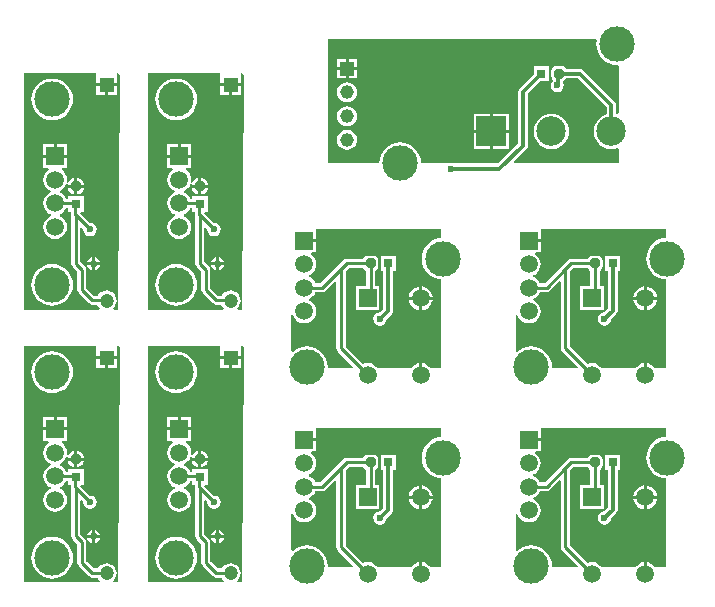
<source format=gbl>
G04*
G04 #@! TF.GenerationSoftware,Altium Limited,Altium Designer,20.1.8 (145)*
G04*
G04 Layer_Physical_Order=2*
G04 Layer_Color=16711680*
%FSLAX25Y25*%
%MOIN*%
G70*
G04*
G04 #@! TF.SameCoordinates,97AE0E28-4285-446D-9869-D3FBB0DEE563*
G04*
G04*
G04 #@! TF.FilePolarity,Positive*
G04*
G01*
G75*
%ADD11R,0.03150X0.03150*%
G04:AMPARAMS|DCode=12|XSize=31.5mil|YSize=31.5mil|CornerRadius=7.87mil|HoleSize=0mil|Usage=FLASHONLY|Rotation=270.000|XOffset=0mil|YOffset=0mil|HoleType=Round|Shape=RoundedRectangle|*
%AMROUNDEDRECTD12*
21,1,0.03150,0.01575,0,0,270.0*
21,1,0.01575,0.03150,0,0,270.0*
1,1,0.01575,-0.00787,-0.00787*
1,1,0.01575,-0.00787,0.00787*
1,1,0.01575,0.00787,0.00787*
1,1,0.01575,0.00787,-0.00787*
%
%ADD12ROUNDEDRECTD12*%
%ADD14C,0.01000*%
%ADD15C,0.01181*%
G04:AMPARAMS|DCode=16|XSize=31.5mil|YSize=31.5mil|CornerRadius=7.87mil|HoleSize=0mil|Usage=FLASHONLY|Rotation=0.000|XOffset=0mil|YOffset=0mil|HoleType=Round|Shape=RoundedRectangle|*
%AMROUNDEDRECTD16*
21,1,0.03150,0.01575,0,0,0.0*
21,1,0.01575,0.03150,0,0,0.0*
1,1,0.01575,0.00787,-0.00787*
1,1,0.01575,-0.00787,-0.00787*
1,1,0.01575,-0.00787,0.00787*
1,1,0.01575,0.00787,0.00787*
%
%ADD16ROUNDEDRECTD16*%
%ADD17R,0.03150X0.03150*%
%ADD18C,0.00122*%
%ADD19C,0.04724*%
%ADD20R,0.04724X0.04724*%
%ADD21C,0.05906*%
%ADD22R,0.05906X0.05906*%
%ADD23C,0.11811*%
%ADD24C,0.02362*%
%ADD25R,0.04528X0.04528*%
%ADD26C,0.04528*%
%ADD27R,0.09843X0.09843*%
%ADD28C,0.09843*%
G36*
X90888Y187870D02*
X90496Y109484D01*
X88943D01*
X88773Y109984D01*
X88957Y110126D01*
X89496Y110828D01*
X89835Y111646D01*
X89950Y112524D01*
X89835Y113401D01*
X89496Y114219D01*
X88957Y114922D01*
X88255Y115461D01*
X87437Y115799D01*
X86559Y115915D01*
X85681Y115799D01*
X84864Y115461D01*
X84161Y114922D01*
X83622Y114219D01*
X83599Y114163D01*
X82468D01*
X80160Y116471D01*
X80160Y116471D01*
X79865Y116767D01*
Y122826D01*
X79748Y123412D01*
X79417Y123908D01*
X77852Y125472D01*
Y136635D01*
X78314Y136826D01*
X78834Y136307D01*
X78824Y136256D01*
X78993Y135405D01*
X79475Y134684D01*
X80196Y134201D01*
X81047Y134032D01*
X81898Y134201D01*
X82620Y134684D01*
X83102Y135405D01*
X83271Y136256D01*
X83102Y137107D01*
X82620Y137828D01*
X81898Y138311D01*
X81047Y138480D01*
X80997Y138470D01*
X77820Y141646D01*
X78028Y142146D01*
X78898D01*
Y147295D01*
X73748D01*
Y146447D01*
X73078D01*
X72886Y146911D01*
X72252Y147737D01*
X71427Y148370D01*
X70911Y148584D01*
Y149125D01*
X71427Y149339D01*
X72252Y149972D01*
X72886Y150798D01*
X73169Y151481D01*
X73220Y151606D01*
X73705Y151468D01*
X73713Y151413D01*
X73713Y151365D01*
Y151126D01*
X75823D01*
Y153236D01*
X75536D01*
X74838Y153097D01*
X74247Y152702D01*
X73852Y152111D01*
X73801Y151857D01*
X73308Y151938D01*
X73339Y152175D01*
X73420Y152791D01*
X73284Y153823D01*
X72886Y154785D01*
X72252Y155611D01*
X71468Y156213D01*
X71467Y156269D01*
X71802Y156713D01*
X73386D01*
Y160165D01*
X69433D01*
X65480D01*
Y156713D01*
X67064D01*
X67399Y156269D01*
X67399Y156213D01*
X66614Y155611D01*
X65980Y154785D01*
X65582Y153823D01*
X65446Y152791D01*
X65582Y151760D01*
X65980Y150798D01*
X66614Y149972D01*
X67440Y149339D01*
X67956Y149125D01*
Y148584D01*
X67440Y148370D01*
X66614Y147737D01*
X65980Y146911D01*
X65582Y145949D01*
X65446Y144917D01*
X65582Y143886D01*
X65980Y142924D01*
X66614Y142098D01*
X67440Y141465D01*
X67956Y141251D01*
Y140710D01*
X67440Y140496D01*
X66614Y139863D01*
X65980Y139037D01*
X65582Y138075D01*
X65446Y137043D01*
X65582Y136012D01*
X65980Y135050D01*
X66614Y134224D01*
X67440Y133591D01*
X68401Y133192D01*
X69433Y133056D01*
X70465Y133192D01*
X71427Y133591D01*
X72252Y134224D01*
X72886Y135050D01*
X73284Y136012D01*
X73420Y137043D01*
X73284Y138075D01*
X72886Y139037D01*
X72252Y139863D01*
X71427Y140496D01*
X70911Y140710D01*
Y141251D01*
X71427Y141465D01*
X72252Y142098D01*
X72886Y142924D01*
X73078Y143388D01*
X73748D01*
Y142146D01*
X74597D01*
Y141177D01*
X74713Y140592D01*
X74794Y140472D01*
Y124839D01*
X74910Y124253D01*
X75242Y123757D01*
X76806Y122193D01*
Y116133D01*
X76922Y115548D01*
X77254Y115052D01*
X77997Y114308D01*
X77997Y114308D01*
X80753Y111552D01*
X81249Y111221D01*
X81835Y111105D01*
X83508D01*
X83622Y110828D01*
X84161Y110126D01*
X84346Y109984D01*
X84176Y109484D01*
X59000D01*
Y188224D01*
X83111D01*
X83197Y187760D01*
X83197Y187724D01*
Y184898D01*
X86559D01*
X89921D01*
Y187724D01*
X89921Y187760D01*
X90007Y188224D01*
X90535D01*
X90888Y187870D01*
D02*
G37*
G36*
X49549D02*
X49158Y109484D01*
X47604D01*
X47434Y109984D01*
X47618Y110126D01*
X48157Y110828D01*
X48496Y111646D01*
X48612Y112524D01*
X48496Y113401D01*
X48157Y114219D01*
X47618Y114922D01*
X46916Y115461D01*
X46098Y115799D01*
X45221Y115915D01*
X44343Y115799D01*
X43525Y115461D01*
X42823Y114922D01*
X42284Y114219D01*
X42260Y114163D01*
X41130D01*
X38822Y116471D01*
X38822Y116471D01*
X38526Y116767D01*
Y122826D01*
X38410Y123412D01*
X38078Y123908D01*
X36514Y125472D01*
Y136635D01*
X36976Y136826D01*
X37495Y136307D01*
X37485Y136256D01*
X37654Y135405D01*
X38136Y134684D01*
X38858Y134201D01*
X39709Y134032D01*
X40560Y134201D01*
X41281Y134684D01*
X41763Y135405D01*
X41932Y136256D01*
X41763Y137107D01*
X41281Y137828D01*
X40560Y138311D01*
X39709Y138480D01*
X39658Y138470D01*
X36482Y141646D01*
X36689Y142146D01*
X37559D01*
Y147295D01*
X32410D01*
Y146447D01*
X31740D01*
X31547Y146911D01*
X30914Y147737D01*
X30088Y148370D01*
X29572Y148584D01*
Y149125D01*
X30088Y149339D01*
X30914Y149972D01*
X31547Y150798D01*
X31830Y151481D01*
X31882Y151606D01*
X32366Y151468D01*
X32375Y151413D01*
X32375Y151365D01*
Y151126D01*
X34484D01*
Y153236D01*
X34197D01*
X33500Y153097D01*
X32908Y152702D01*
X32513Y152111D01*
X32463Y151857D01*
X31969Y151938D01*
X32000Y152175D01*
X32081Y152791D01*
X31945Y153823D01*
X31547Y154785D01*
X30914Y155611D01*
X30129Y156213D01*
X30128Y156269D01*
X30464Y156713D01*
X32047D01*
Y160165D01*
X28095D01*
X24142D01*
Y156713D01*
X25725D01*
X26061Y156269D01*
X26060Y156213D01*
X25275Y155611D01*
X24642Y154785D01*
X24243Y153823D01*
X24108Y152791D01*
X24243Y151760D01*
X24642Y150798D01*
X25275Y149972D01*
X26101Y149339D01*
X26617Y149125D01*
Y148584D01*
X26101Y148370D01*
X25275Y147737D01*
X24642Y146911D01*
X24243Y145949D01*
X24108Y144917D01*
X24243Y143886D01*
X24642Y142924D01*
X25275Y142098D01*
X26101Y141465D01*
X26617Y141251D01*
Y140710D01*
X26101Y140496D01*
X25275Y139863D01*
X24642Y139037D01*
X24243Y138075D01*
X24108Y137043D01*
X24243Y136012D01*
X24642Y135050D01*
X25275Y134224D01*
X26101Y133591D01*
X27063Y133192D01*
X28095Y133056D01*
X29126Y133192D01*
X30088Y133591D01*
X30914Y134224D01*
X31547Y135050D01*
X31945Y136012D01*
X32081Y137043D01*
X31945Y138075D01*
X31547Y139037D01*
X30914Y139863D01*
X30088Y140496D01*
X29572Y140710D01*
Y141251D01*
X30088Y141465D01*
X30914Y142098D01*
X31547Y142924D01*
X31740Y143388D01*
X32410D01*
Y142146D01*
X33258D01*
Y141177D01*
X33375Y140592D01*
X33455Y140472D01*
Y124839D01*
X33571Y124253D01*
X33903Y123757D01*
X35467Y122193D01*
Y116133D01*
X35584Y115548D01*
X35915Y115052D01*
X36659Y114308D01*
X36659Y114308D01*
X39415Y111552D01*
X39911Y111221D01*
X40496Y111105D01*
X42169D01*
X42284Y110828D01*
X42823Y110126D01*
X43007Y109984D01*
X42837Y109484D01*
X17661D01*
Y188224D01*
X41773D01*
X41858Y187760D01*
X41858Y187724D01*
Y184898D01*
X45221D01*
X48583D01*
Y187724D01*
X48583Y187760D01*
X48668Y188224D01*
X49197D01*
X49549Y187870D01*
D02*
G37*
G36*
X208650Y199106D02*
X208538Y197961D01*
X208671Y196607D01*
X209066Y195305D01*
X209707Y194106D01*
X210570Y193054D01*
X211621Y192191D01*
X212821Y191550D01*
X214123Y191155D01*
X215476Y191022D01*
X215574Y191031D01*
X215945Y190696D01*
Y174946D01*
X215520Y174659D01*
X215126Y174842D01*
Y177638D01*
X215002Y178258D01*
X214651Y178785D01*
X204099Y189336D01*
X203573Y189687D01*
X202953Y189811D01*
X198443D01*
X198139Y190265D01*
X197548Y190660D01*
X196850Y190799D01*
X195276D01*
X194578Y190660D01*
X193987Y190265D01*
X193592Y189674D01*
X193453Y188976D01*
Y187402D01*
X193592Y186704D01*
X193820Y186363D01*
X193900Y185825D01*
X193418Y185103D01*
X193249Y184252D01*
X193418Y183401D01*
X193900Y182679D01*
X194622Y182197D01*
X195473Y182028D01*
X196324Y182197D01*
X197045Y182679D01*
X197527Y183401D01*
X197696Y184252D01*
X197527Y185103D01*
X197468Y185192D01*
X197548Y185718D01*
X198139Y186113D01*
X198443Y186567D01*
X202281D01*
X211882Y176966D01*
Y174577D01*
X211227Y174378D01*
X210198Y173828D01*
X209297Y173088D01*
X208557Y172187D01*
X208007Y171158D01*
X207668Y170042D01*
X207554Y168881D01*
X207668Y167720D01*
X208007Y166604D01*
X208557Y165575D01*
X209297Y164674D01*
X210198Y163934D01*
X211227Y163384D01*
X212343Y163045D01*
X213504Y162931D01*
X214665Y163045D01*
X215445Y163282D01*
X215945Y162921D01*
Y158268D01*
X181096D01*
X180905Y158730D01*
X185202Y163026D01*
X185553Y163553D01*
X185677Y164173D01*
Y181415D01*
X189876Y185614D01*
X192732D01*
Y190764D01*
X187583D01*
Y187908D01*
X182908Y183233D01*
X182557Y182707D01*
X182433Y182087D01*
Y164845D01*
X175856Y158268D01*
X161019Y158268D01*
X160890Y158354D01*
X160039Y158523D01*
X159188Y158354D01*
X159060Y158268D01*
X150049D01*
X150049Y158268D01*
X149916Y159621D01*
X149521Y160923D01*
X148880Y162123D01*
X148017Y163174D01*
X146965Y164037D01*
X145766Y164678D01*
X144464Y165073D01*
X143110Y165207D01*
X141756Y165073D01*
X140455Y164678D01*
X139255Y164037D01*
X138204Y163174D01*
X137341Y162123D01*
X136699Y160923D01*
X136305Y159621D01*
X136171Y158268D01*
X136171Y158268D01*
X119095D01*
Y199606D01*
X208303Y199606D01*
X208650Y199106D01*
D02*
G37*
G36*
X231661Y133392D02*
X230701Y133298D01*
X229400Y132903D01*
X228200Y132262D01*
X227149Y131399D01*
X226286Y130347D01*
X225644Y129148D01*
X225250Y127846D01*
X225116Y126492D01*
X225250Y125138D01*
X225644Y123837D01*
X226286Y122637D01*
X227149Y121586D01*
X228200Y120723D01*
X229400Y120081D01*
X230701Y119686D01*
X231661Y119592D01*
Y89878D01*
X228093D01*
X227591Y90532D01*
X226765Y91165D01*
X225803Y91564D01*
X225272Y91634D01*
Y87713D01*
X224272D01*
Y91634D01*
X223740Y91564D01*
X222778Y91165D01*
X221953Y90532D01*
X221451Y89878D01*
X210376D01*
X209874Y90532D01*
X209049Y91165D01*
X208087Y91564D01*
X207055Y91699D01*
X206023Y91564D01*
X205559Y91371D01*
X199726Y97204D01*
Y122422D01*
X200693Y123388D01*
X205598D01*
X205963Y122841D01*
X206510Y122476D01*
Y117256D01*
X203102D01*
Y109350D01*
X211008D01*
Y117256D01*
X209569D01*
Y122476D01*
X210115Y122841D01*
X210510Y123433D01*
X210649Y124130D01*
Y125705D01*
X210510Y126402D01*
X210115Y126993D01*
X209524Y127388D01*
X208827Y127527D01*
X207252D01*
X206555Y127388D01*
X205963Y126993D01*
X205598Y126447D01*
X200059D01*
X199474Y126330D01*
X198978Y125999D01*
X197115Y124137D01*
X191264Y118285D01*
X189637D01*
X189445Y118749D01*
X188811Y119575D01*
X187986Y120209D01*
X187470Y120422D01*
Y120964D01*
X187986Y121177D01*
X188811Y121811D01*
X189445Y122636D01*
X189843Y123598D01*
X189979Y124630D01*
X189843Y125662D01*
X189445Y126623D01*
X188811Y127449D01*
X188026Y128051D01*
X188026Y128107D01*
X188361Y128551D01*
X189945D01*
Y132004D01*
X185992D01*
Y133004D01*
X189945D01*
Y136441D01*
X222213Y136441D01*
X231661D01*
Y133392D01*
D02*
G37*
G36*
X156858D02*
X155898Y133298D01*
X154597Y132903D01*
X153397Y132262D01*
X152345Y131399D01*
X151482Y130347D01*
X150841Y129148D01*
X150446Y127846D01*
X150313Y126492D01*
X150446Y125138D01*
X150841Y123837D01*
X151482Y122637D01*
X152345Y121586D01*
X153397Y120723D01*
X154597Y120081D01*
X155898Y119686D01*
X156858Y119592D01*
Y89878D01*
X153289D01*
X152788Y90532D01*
X151962Y91165D01*
X151000Y91564D01*
X150469Y91634D01*
Y87713D01*
X149469D01*
Y91634D01*
X148937Y91564D01*
X147975Y91165D01*
X147149Y90532D01*
X146648Y89878D01*
X135573D01*
X135071Y90532D01*
X134245Y91165D01*
X133284Y91564D01*
X132252Y91699D01*
X131220Y91564D01*
X130756Y91371D01*
X124923Y97204D01*
Y122422D01*
X125889Y123388D01*
X130795D01*
X131160Y122841D01*
X131707Y122476D01*
Y117256D01*
X128299D01*
Y109350D01*
X136205D01*
Y117256D01*
X134766D01*
Y122476D01*
X135312Y122841D01*
X135707Y123433D01*
X135846Y124130D01*
Y125705D01*
X135707Y126402D01*
X135312Y126993D01*
X134721Y127388D01*
X134024Y127527D01*
X132449D01*
X131751Y127388D01*
X131160Y126993D01*
X130795Y126447D01*
X125256D01*
X124671Y126330D01*
X124174Y125999D01*
X122312Y124137D01*
X116461Y118285D01*
X114834D01*
X114642Y118749D01*
X114008Y119575D01*
X113182Y120209D01*
X112666Y120422D01*
Y120964D01*
X113182Y121177D01*
X114008Y121811D01*
X114642Y122636D01*
X115040Y123598D01*
X115176Y124630D01*
X115040Y125662D01*
X114642Y126623D01*
X114008Y127449D01*
X113223Y128051D01*
X113223Y128107D01*
X113558Y128551D01*
X115142D01*
Y132004D01*
X111189D01*
Y133004D01*
X115142D01*
Y136441D01*
X147409Y136441D01*
X156858D01*
Y133392D01*
D02*
G37*
G36*
X196668Y118710D02*
Y96571D01*
X196784Y95986D01*
X197115Y95489D01*
X202265Y90340D01*
X202074Y89878D01*
X194052D01*
X193716Y90248D01*
X193719Y90272D01*
X193585Y91625D01*
X193190Y92927D01*
X192549Y94127D01*
X191686Y95178D01*
X190635Y96041D01*
X189435Y96682D01*
X188133Y97077D01*
X186779Y97211D01*
X185426Y97077D01*
X184124Y96682D01*
X182924Y96041D01*
X182161Y95415D01*
X181661Y95651D01*
Y107757D01*
X182141Y107850D01*
X182539Y106888D01*
X183173Y106063D01*
X183999Y105429D01*
X184960Y105031D01*
X185992Y104895D01*
X187024Y105031D01*
X187986Y105429D01*
X188811Y106063D01*
X189445Y106888D01*
X189843Y107850D01*
X189979Y108882D01*
X189843Y109914D01*
X189445Y110875D01*
X188811Y111701D01*
X187986Y112335D01*
X187470Y112548D01*
Y113090D01*
X187986Y113303D01*
X188811Y113937D01*
X189445Y114762D01*
X189637Y115226D01*
X191898D01*
X192483Y115343D01*
X192979Y115674D01*
X196205Y118901D01*
X196668Y118710D01*
D02*
G37*
G36*
X121864D02*
Y96571D01*
X121981Y95986D01*
X122312Y95489D01*
X127462Y90340D01*
X127270Y89878D01*
X119249D01*
X118913Y90248D01*
X118915Y90272D01*
X118782Y91625D01*
X118387Y92927D01*
X117746Y94127D01*
X116883Y95178D01*
X115831Y96041D01*
X114632Y96682D01*
X113330Y97077D01*
X111976Y97211D01*
X110623Y97077D01*
X109321Y96682D01*
X108121Y96041D01*
X107358Y95415D01*
X106858Y95651D01*
Y107757D01*
X107338Y107850D01*
X107736Y106888D01*
X108370Y106063D01*
X109196Y105429D01*
X110157Y105031D01*
X111189Y104895D01*
X112221Y105031D01*
X113182Y105429D01*
X114008Y106063D01*
X114642Y106888D01*
X115040Y107850D01*
X115176Y108882D01*
X115040Y109914D01*
X114642Y110875D01*
X114008Y111701D01*
X113182Y112335D01*
X112666Y112548D01*
Y113090D01*
X113182Y113303D01*
X114008Y113937D01*
X114642Y114762D01*
X114834Y115226D01*
X117095D01*
X117680Y115343D01*
X118176Y115674D01*
X121402Y118901D01*
X121864Y118710D01*
D02*
G37*
G36*
X90888Y96925D02*
X90496Y18539D01*
X88943D01*
X88773Y19039D01*
X88957Y19181D01*
X89496Y19883D01*
X89835Y20701D01*
X89950Y21579D01*
X89835Y22456D01*
X89496Y23274D01*
X88957Y23977D01*
X88255Y24516D01*
X87437Y24854D01*
X86559Y24970D01*
X85681Y24854D01*
X84864Y24516D01*
X84161Y23977D01*
X83622Y23274D01*
X83599Y23218D01*
X82468D01*
X80160Y25526D01*
X80160Y25526D01*
X79865Y25822D01*
Y31881D01*
X79748Y32467D01*
X79417Y32963D01*
X77852Y34527D01*
Y45690D01*
X78314Y45881D01*
X78834Y45362D01*
X78824Y45311D01*
X78993Y44460D01*
X79475Y43739D01*
X80196Y43257D01*
X81047Y43087D01*
X81898Y43257D01*
X82620Y43739D01*
X83102Y44460D01*
X83271Y45311D01*
X83102Y46162D01*
X82620Y46883D01*
X81898Y47366D01*
X81047Y47535D01*
X80997Y47525D01*
X77820Y50701D01*
X78028Y51201D01*
X78898D01*
Y56350D01*
X73748D01*
Y55502D01*
X73078D01*
X72886Y55966D01*
X72252Y56792D01*
X71427Y57425D01*
X70911Y57639D01*
Y58180D01*
X71427Y58394D01*
X72252Y59027D01*
X72886Y59853D01*
X73169Y60536D01*
X73220Y60661D01*
X73705Y60523D01*
X73713Y60469D01*
X73713Y60420D01*
Y60181D01*
X75823D01*
Y62291D01*
X75536D01*
X74838Y62152D01*
X74247Y61757D01*
X73852Y61166D01*
X73801Y60912D01*
X73308Y60993D01*
X73339Y61231D01*
X73420Y61847D01*
X73284Y62878D01*
X72886Y63840D01*
X72252Y64666D01*
X71468Y65268D01*
X71467Y65324D01*
X71802Y65768D01*
X73386D01*
Y69221D01*
X69433D01*
X65480D01*
Y65768D01*
X67064D01*
X67399Y65324D01*
X67399Y65268D01*
X66614Y64666D01*
X65980Y63840D01*
X65582Y62878D01*
X65446Y61847D01*
X65582Y60815D01*
X65980Y59853D01*
X66614Y59027D01*
X67440Y58394D01*
X67956Y58180D01*
Y57639D01*
X67440Y57425D01*
X66614Y56792D01*
X65980Y55966D01*
X65582Y55004D01*
X65446Y53973D01*
X65582Y52941D01*
X65980Y51979D01*
X66614Y51153D01*
X67440Y50520D01*
X67956Y50306D01*
Y49765D01*
X67440Y49551D01*
X66614Y48918D01*
X65980Y48092D01*
X65582Y47130D01*
X65446Y46098D01*
X65582Y45067D01*
X65980Y44105D01*
X66614Y43279D01*
X67440Y42646D01*
X68401Y42247D01*
X69433Y42112D01*
X70465Y42247D01*
X71427Y42646D01*
X72252Y43279D01*
X72886Y44105D01*
X73284Y45067D01*
X73420Y46098D01*
X73284Y47130D01*
X72886Y48092D01*
X72252Y48918D01*
X71427Y49551D01*
X70911Y49765D01*
Y50306D01*
X71427Y50520D01*
X72252Y51153D01*
X72886Y51979D01*
X73078Y52443D01*
X73748D01*
Y51201D01*
X74597D01*
Y50232D01*
X74713Y49647D01*
X74794Y49527D01*
Y33894D01*
X74910Y33308D01*
X75242Y32812D01*
X76806Y31248D01*
Y25189D01*
X76922Y24603D01*
X77254Y24107D01*
X77997Y23363D01*
X77997Y23363D01*
X80753Y20608D01*
X81249Y20276D01*
X81835Y20160D01*
X83508D01*
X83622Y19883D01*
X84161Y19181D01*
X84346Y19039D01*
X84176Y18539D01*
X59000D01*
Y97280D01*
X83111D01*
X83197Y96815D01*
X83197Y96780D01*
Y93953D01*
X86559D01*
X89921D01*
Y96780D01*
X89921Y96815D01*
X90007Y97280D01*
X90535D01*
X90888Y96925D01*
D02*
G37*
G36*
X49549D02*
X49158Y18539D01*
X47604D01*
X47434Y19039D01*
X47618Y19181D01*
X48157Y19883D01*
X48496Y20701D01*
X48612Y21579D01*
X48496Y22456D01*
X48157Y23274D01*
X47618Y23977D01*
X46916Y24516D01*
X46098Y24854D01*
X45221Y24970D01*
X44343Y24854D01*
X43525Y24516D01*
X42823Y23977D01*
X42284Y23274D01*
X42260Y23218D01*
X41130D01*
X38822Y25526D01*
X38822Y25526D01*
X38526Y25822D01*
Y31881D01*
X38410Y32467D01*
X38078Y32963D01*
X36514Y34527D01*
Y45690D01*
X36976Y45881D01*
X37495Y45362D01*
X37485Y45311D01*
X37654Y44460D01*
X38136Y43739D01*
X38858Y43257D01*
X39709Y43087D01*
X40560Y43257D01*
X41281Y43739D01*
X41763Y44460D01*
X41932Y45311D01*
X41763Y46162D01*
X41281Y46883D01*
X40560Y47366D01*
X39709Y47535D01*
X39658Y47525D01*
X36482Y50701D01*
X36689Y51201D01*
X37559D01*
Y56350D01*
X32410D01*
Y55502D01*
X31740D01*
X31547Y55966D01*
X30914Y56792D01*
X30088Y57425D01*
X29572Y57639D01*
Y58180D01*
X30088Y58394D01*
X30914Y59027D01*
X31547Y59853D01*
X31830Y60536D01*
X31882Y60661D01*
X32366Y60523D01*
X32375Y60469D01*
X32375Y60420D01*
Y60181D01*
X34484D01*
Y62291D01*
X34197D01*
X33500Y62152D01*
X32908Y61757D01*
X32513Y61166D01*
X32463Y60912D01*
X31969Y60993D01*
X32000Y61231D01*
X32081Y61847D01*
X31945Y62878D01*
X31547Y63840D01*
X30914Y64666D01*
X30129Y65268D01*
X30128Y65324D01*
X30464Y65768D01*
X32047D01*
Y69221D01*
X28095D01*
X24142D01*
Y65768D01*
X25725D01*
X26061Y65324D01*
X26060Y65268D01*
X25275Y64666D01*
X24642Y63840D01*
X24243Y62878D01*
X24108Y61847D01*
X24243Y60815D01*
X24642Y59853D01*
X25275Y59027D01*
X26101Y58394D01*
X26617Y58180D01*
Y57639D01*
X26101Y57425D01*
X25275Y56792D01*
X24642Y55966D01*
X24243Y55004D01*
X24108Y53973D01*
X24243Y52941D01*
X24642Y51979D01*
X25275Y51153D01*
X26101Y50520D01*
X26617Y50306D01*
Y49765D01*
X26101Y49551D01*
X25275Y48918D01*
X24642Y48092D01*
X24243Y47130D01*
X24108Y46098D01*
X24243Y45067D01*
X24642Y44105D01*
X25275Y43279D01*
X26101Y42646D01*
X27063Y42247D01*
X28095Y42112D01*
X29126Y42247D01*
X30088Y42646D01*
X30914Y43279D01*
X31547Y44105D01*
X31945Y45067D01*
X32081Y46098D01*
X31945Y47130D01*
X31547Y48092D01*
X30914Y48918D01*
X30088Y49551D01*
X29572Y49765D01*
Y50306D01*
X30088Y50520D01*
X30914Y51153D01*
X31547Y51979D01*
X31740Y52443D01*
X32410D01*
Y51201D01*
X33258D01*
Y50232D01*
X33375Y49647D01*
X33455Y49527D01*
Y33894D01*
X33571Y33308D01*
X33903Y32812D01*
X35467Y31248D01*
Y25189D01*
X35584Y24603D01*
X35915Y24107D01*
X36659Y23363D01*
X36659Y23363D01*
X39415Y20608D01*
X39911Y20276D01*
X40496Y20160D01*
X42169D01*
X42284Y19883D01*
X42823Y19181D01*
X43007Y19039D01*
X42837Y18539D01*
X17661D01*
Y97280D01*
X41773D01*
X41858Y96815D01*
X41858Y96780D01*
Y93953D01*
X45221D01*
X48583D01*
Y96780D01*
X48583Y96815D01*
X48668Y97280D01*
X49197D01*
X49549Y96925D01*
D02*
G37*
G36*
X231661Y67054D02*
X230701Y66959D01*
X229400Y66564D01*
X228200Y65923D01*
X227149Y65060D01*
X226286Y64009D01*
X225644Y62809D01*
X225250Y61507D01*
X225116Y60154D01*
X225250Y58800D01*
X225644Y57498D01*
X226286Y56299D01*
X227149Y55247D01*
X228200Y54384D01*
X229400Y53743D01*
X230701Y53348D01*
X231661Y53253D01*
Y23539D01*
X228093D01*
X227591Y24193D01*
X226765Y24827D01*
X225803Y25225D01*
X225272Y25295D01*
Y21374D01*
X224272D01*
Y25295D01*
X223740Y25225D01*
X222778Y24827D01*
X221953Y24193D01*
X221451Y23539D01*
X210376D01*
X209874Y24193D01*
X209049Y24827D01*
X208087Y25225D01*
X207055Y25361D01*
X206023Y25225D01*
X205559Y25033D01*
X199726Y30866D01*
Y56083D01*
X200693Y57049D01*
X205598D01*
X205963Y56503D01*
X206510Y56137D01*
Y50917D01*
X203102D01*
Y43012D01*
X211008D01*
Y50917D01*
X209569D01*
Y56137D01*
X210115Y56503D01*
X210510Y57094D01*
X210649Y57791D01*
Y59366D01*
X210510Y60064D01*
X210115Y60655D01*
X209524Y61050D01*
X208827Y61189D01*
X207252D01*
X206555Y61050D01*
X205963Y60655D01*
X205598Y60108D01*
X200059D01*
X199474Y59992D01*
X198978Y59660D01*
X197115Y57798D01*
X191264Y51947D01*
X189637D01*
X189445Y52411D01*
X188811Y53237D01*
X187986Y53870D01*
X187470Y54084D01*
Y54625D01*
X187986Y54839D01*
X188811Y55472D01*
X189445Y56298D01*
X189843Y57260D01*
X189979Y58291D01*
X189843Y59323D01*
X189445Y60285D01*
X188811Y61111D01*
X188026Y61713D01*
X188026Y61769D01*
X188361Y62213D01*
X189945D01*
Y65665D01*
X185992D01*
Y66665D01*
X189945D01*
Y70102D01*
X222213Y70102D01*
X231661D01*
Y67054D01*
D02*
G37*
G36*
X156858D02*
X155898Y66959D01*
X154597Y66564D01*
X153397Y65923D01*
X152345Y65060D01*
X151482Y64009D01*
X150841Y62809D01*
X150446Y61507D01*
X150313Y60154D01*
X150446Y58800D01*
X150841Y57498D01*
X151482Y56299D01*
X152345Y55247D01*
X153397Y54384D01*
X154597Y53743D01*
X155898Y53348D01*
X156858Y53253D01*
Y23539D01*
X153289D01*
X152788Y24193D01*
X151962Y24827D01*
X151000Y25225D01*
X150469Y25295D01*
Y21374D01*
X149469D01*
Y25295D01*
X148937Y25225D01*
X147975Y24827D01*
X147149Y24193D01*
X146648Y23539D01*
X135573D01*
X135071Y24193D01*
X134245Y24827D01*
X133284Y25225D01*
X132252Y25361D01*
X131220Y25225D01*
X130756Y25033D01*
X124923Y30866D01*
Y56083D01*
X125889Y57049D01*
X130795D01*
X131160Y56503D01*
X131707Y56137D01*
Y50917D01*
X128299D01*
Y43012D01*
X136205D01*
Y50917D01*
X134766D01*
Y56137D01*
X135312Y56503D01*
X135707Y57094D01*
X135846Y57791D01*
Y59366D01*
X135707Y60064D01*
X135312Y60655D01*
X134721Y61050D01*
X134024Y61189D01*
X132449D01*
X131751Y61050D01*
X131160Y60655D01*
X130795Y60108D01*
X125256D01*
X124671Y59992D01*
X124174Y59660D01*
X122312Y57798D01*
X116461Y51947D01*
X114834D01*
X114642Y52411D01*
X114008Y53237D01*
X113182Y53870D01*
X112666Y54084D01*
Y54625D01*
X113182Y54839D01*
X114008Y55472D01*
X114642Y56298D01*
X115040Y57260D01*
X115176Y58291D01*
X115040Y59323D01*
X114642Y60285D01*
X114008Y61111D01*
X113223Y61713D01*
X113223Y61769D01*
X113558Y62213D01*
X115142D01*
Y65665D01*
X111189D01*
Y66665D01*
X115142D01*
Y70102D01*
X147409Y70102D01*
X156858D01*
Y67054D01*
D02*
G37*
G36*
X196668Y52371D02*
Y30232D01*
X196784Y29647D01*
X197115Y29151D01*
X202265Y24001D01*
X202074Y23539D01*
X194052D01*
X193716Y23910D01*
X193719Y23933D01*
X193585Y25287D01*
X193190Y26588D01*
X192549Y27788D01*
X191686Y28840D01*
X190635Y29703D01*
X189435Y30344D01*
X188133Y30739D01*
X186779Y30872D01*
X185426Y30739D01*
X184124Y30344D01*
X182924Y29703D01*
X182161Y29076D01*
X181661Y29313D01*
Y41418D01*
X182141Y41511D01*
X182539Y40550D01*
X183173Y39724D01*
X183999Y39091D01*
X184960Y38692D01*
X185992Y38557D01*
X187024Y38692D01*
X187986Y39091D01*
X188811Y39724D01*
X189445Y40550D01*
X189843Y41511D01*
X189979Y42543D01*
X189843Y43575D01*
X189445Y44537D01*
X188811Y45362D01*
X187986Y45996D01*
X187470Y46210D01*
Y46751D01*
X187986Y46965D01*
X188811Y47598D01*
X189445Y48424D01*
X189637Y48888D01*
X191898D01*
X192483Y49004D01*
X192979Y49336D01*
X196205Y52562D01*
X196668Y52371D01*
D02*
G37*
G36*
X121864D02*
Y30232D01*
X121981Y29647D01*
X122312Y29151D01*
X127462Y24001D01*
X127270Y23539D01*
X119249D01*
X118913Y23910D01*
X118915Y23933D01*
X118782Y25287D01*
X118387Y26588D01*
X117746Y27788D01*
X116883Y28840D01*
X115831Y29703D01*
X114632Y30344D01*
X113330Y30739D01*
X111976Y30872D01*
X110623Y30739D01*
X109321Y30344D01*
X108121Y29703D01*
X107358Y29076D01*
X106858Y29313D01*
Y41418D01*
X107338Y41511D01*
X107736Y40550D01*
X108370Y39724D01*
X109196Y39091D01*
X110157Y38692D01*
X111189Y38557D01*
X112221Y38692D01*
X113182Y39091D01*
X114008Y39724D01*
X114642Y40550D01*
X115040Y41511D01*
X115176Y42543D01*
X115040Y43575D01*
X114642Y44537D01*
X114008Y45362D01*
X113182Y45996D01*
X112666Y46210D01*
Y46751D01*
X113182Y46965D01*
X114008Y47598D01*
X114642Y48424D01*
X114834Y48888D01*
X117095D01*
X117680Y49004D01*
X118176Y49336D01*
X121402Y52562D01*
X121864Y52371D01*
D02*
G37*
%LPC*%
G36*
X89921Y183898D02*
X87059D01*
Y181035D01*
X89921D01*
Y183898D01*
D02*
G37*
G36*
X86059D02*
X83197D01*
Y181035D01*
X86059D01*
Y183898D01*
D02*
G37*
G36*
X68449Y186502D02*
X67095Y186369D01*
X65794Y185974D01*
X64594Y185333D01*
X63542Y184470D01*
X62679Y183418D01*
X62038Y182219D01*
X61643Y180917D01*
X61510Y179563D01*
X61643Y178209D01*
X62038Y176908D01*
X62679Y175708D01*
X63542Y174656D01*
X64594Y173793D01*
X65794Y173152D01*
X67095Y172757D01*
X68449Y172624D01*
X69803Y172757D01*
X71104Y173152D01*
X72304Y173793D01*
X73356Y174656D01*
X74218Y175708D01*
X74860Y176908D01*
X75254Y178209D01*
X75388Y179563D01*
X75254Y180917D01*
X74860Y182219D01*
X74218Y183418D01*
X73356Y184470D01*
X72304Y185333D01*
X71104Y185974D01*
X69803Y186369D01*
X68449Y186502D01*
D02*
G37*
G36*
X73386Y164618D02*
X69933D01*
Y161165D01*
X73386D01*
Y164618D01*
D02*
G37*
G36*
X68933D02*
X65480D01*
Y161165D01*
X68933D01*
Y164618D01*
D02*
G37*
G36*
X77110Y153236D02*
X76823D01*
Y151126D01*
X78933D01*
Y151413D01*
X78794Y152111D01*
X78399Y152702D01*
X77808Y153097D01*
X77110Y153236D01*
D02*
G37*
G36*
X78933Y150126D02*
X76823D01*
Y148016D01*
X77110D01*
X77808Y148155D01*
X78399Y148550D01*
X78794Y149141D01*
X78933Y149839D01*
Y150126D01*
D02*
G37*
G36*
X75823D02*
X73713D01*
Y149839D01*
X73852Y149141D01*
X74247Y148550D01*
X74838Y148155D01*
X75536Y148016D01*
X75823D01*
Y150126D01*
D02*
G37*
G36*
X82728Y126963D02*
Y125339D01*
X84353D01*
X84283Y125690D01*
X83801Y126411D01*
X83079Y126893D01*
X82728Y126963D01*
D02*
G37*
G36*
X81729D02*
X81377Y126893D01*
X80656Y126411D01*
X80174Y125690D01*
X80104Y125339D01*
X81729D01*
Y126963D01*
D02*
G37*
G36*
X84353Y124339D02*
X82728D01*
Y122714D01*
X83079Y122784D01*
X83801Y123266D01*
X84283Y123988D01*
X84353Y124339D01*
D02*
G37*
G36*
X81729D02*
X80104D01*
X80174Y123988D01*
X80656Y123266D01*
X81377Y122784D01*
X81729Y122714D01*
Y124339D01*
D02*
G37*
G36*
X68449Y124691D02*
X67095Y124558D01*
X65794Y124163D01*
X64594Y123521D01*
X63542Y122659D01*
X62679Y121607D01*
X62038Y120407D01*
X61643Y119106D01*
X61510Y117752D01*
X61643Y116398D01*
X62038Y115097D01*
X62679Y113897D01*
X63542Y112846D01*
X64594Y111983D01*
X65794Y111341D01*
X67095Y110946D01*
X68449Y110813D01*
X69803Y110946D01*
X71104Y111341D01*
X72304Y111983D01*
X73356Y112846D01*
X74218Y113897D01*
X74860Y115097D01*
X75254Y116398D01*
X75388Y117752D01*
X75254Y119106D01*
X74860Y120407D01*
X74218Y121607D01*
X73356Y122659D01*
X72304Y123521D01*
X71104Y124163D01*
X69803Y124558D01*
X68449Y124691D01*
D02*
G37*
G36*
X48583Y183898D02*
X45720D01*
Y181035D01*
X48583D01*
Y183898D01*
D02*
G37*
G36*
X44721D02*
X41858D01*
Y181035D01*
X44721D01*
Y183898D01*
D02*
G37*
G36*
X27110Y186502D02*
X25757Y186369D01*
X24455Y185974D01*
X23255Y185333D01*
X22204Y184470D01*
X21341Y183418D01*
X20699Y182219D01*
X20305Y180917D01*
X20171Y179563D01*
X20305Y178209D01*
X20699Y176908D01*
X21341Y175708D01*
X22204Y174656D01*
X23255Y173793D01*
X24455Y173152D01*
X25757Y172757D01*
X27110Y172624D01*
X28464Y172757D01*
X29766Y173152D01*
X30965Y173793D01*
X32017Y174656D01*
X32880Y175708D01*
X33521Y176908D01*
X33916Y178209D01*
X34049Y179563D01*
X33916Y180917D01*
X33521Y182219D01*
X32880Y183418D01*
X32017Y184470D01*
X30965Y185333D01*
X29766Y185974D01*
X28464Y186369D01*
X27110Y186502D01*
D02*
G37*
G36*
X32047Y164618D02*
X28594D01*
Y161165D01*
X32047D01*
Y164618D01*
D02*
G37*
G36*
X27595D02*
X24142D01*
Y161165D01*
X27595D01*
Y164618D01*
D02*
G37*
G36*
X35772Y153236D02*
X35484D01*
Y151126D01*
X37594D01*
Y151413D01*
X37455Y152111D01*
X37060Y152702D01*
X36469Y153097D01*
X35772Y153236D01*
D02*
G37*
G36*
X37594Y150126D02*
X35484D01*
Y148016D01*
X35772D01*
X36469Y148155D01*
X37060Y148550D01*
X37455Y149141D01*
X37594Y149839D01*
Y150126D01*
D02*
G37*
G36*
X34484D02*
X32375D01*
Y149839D01*
X32513Y149141D01*
X32908Y148550D01*
X33500Y148155D01*
X34197Y148016D01*
X34484D01*
Y150126D01*
D02*
G37*
G36*
X41390Y126963D02*
Y125339D01*
X43014D01*
X42944Y125690D01*
X42462Y126411D01*
X41741Y126893D01*
X41390Y126963D01*
D02*
G37*
G36*
X40390D02*
X40039Y126893D01*
X39317Y126411D01*
X38835Y125690D01*
X38765Y125339D01*
X40390D01*
Y126963D01*
D02*
G37*
G36*
X43014Y124339D02*
X41390D01*
Y122714D01*
X41741Y122784D01*
X42462Y123266D01*
X42944Y123988D01*
X43014Y124339D01*
D02*
G37*
G36*
X40390D02*
X38765D01*
X38835Y123988D01*
X39317Y123266D01*
X40039Y122784D01*
X40390Y122714D01*
Y124339D01*
D02*
G37*
G36*
X27110Y124691D02*
X25757Y124558D01*
X24455Y124163D01*
X23255Y123521D01*
X22204Y122659D01*
X21341Y121607D01*
X20699Y120407D01*
X20305Y119106D01*
X20171Y117752D01*
X20305Y116398D01*
X20699Y115097D01*
X21341Y113897D01*
X22204Y112846D01*
X23255Y111983D01*
X24455Y111341D01*
X25757Y110946D01*
X27110Y110813D01*
X28464Y110946D01*
X29766Y111341D01*
X30965Y111983D01*
X32017Y112846D01*
X32880Y113897D01*
X33521Y115097D01*
X33916Y116398D01*
X34049Y117752D01*
X33916Y119106D01*
X33521Y120407D01*
X32880Y121607D01*
X32017Y122659D01*
X30965Y123521D01*
X29766Y124163D01*
X28464Y124558D01*
X27110Y124691D01*
D02*
G37*
G36*
X128657Y193079D02*
X125894D01*
Y190315D01*
X128657D01*
Y193079D01*
D02*
G37*
G36*
X124894D02*
X122130D01*
Y190315D01*
X124894D01*
Y193079D01*
D02*
G37*
G36*
X128657Y189315D02*
X125894D01*
Y186551D01*
X128657D01*
Y189315D01*
D02*
G37*
G36*
X124894D02*
X122130D01*
Y186551D01*
X124894D01*
Y189315D01*
D02*
G37*
G36*
X125394Y185205D02*
X124542Y185093D01*
X123748Y184764D01*
X123066Y184241D01*
X122543Y183559D01*
X122214Y182765D01*
X122102Y181913D01*
X122214Y181061D01*
X122543Y180267D01*
X123066Y179586D01*
X123748Y179062D01*
X124542Y178734D01*
X125394Y178621D01*
X126246Y178734D01*
X127040Y179062D01*
X127722Y179586D01*
X128245Y180267D01*
X128574Y181061D01*
X128686Y181913D01*
X128574Y182765D01*
X128245Y183559D01*
X127722Y184241D01*
X127040Y184764D01*
X126246Y185093D01*
X125394Y185205D01*
D02*
G37*
G36*
Y177308D02*
X124542Y177196D01*
X123748Y176867D01*
X123066Y176344D01*
X122543Y175662D01*
X122214Y174868D01*
X122102Y174016D01*
X122214Y173164D01*
X122543Y172370D01*
X123066Y171688D01*
X123748Y171165D01*
X124542Y170836D01*
X125394Y170724D01*
X126246Y170836D01*
X127040Y171165D01*
X127722Y171688D01*
X128245Y172370D01*
X128574Y173164D01*
X128686Y174016D01*
X128574Y174868D01*
X128245Y175662D01*
X127722Y176344D01*
X127040Y176867D01*
X126246Y177196D01*
X125394Y177308D01*
D02*
G37*
G36*
X179425Y174802D02*
X174004D01*
Y169381D01*
X179425D01*
Y174802D01*
D02*
G37*
G36*
X173004D02*
X167583D01*
Y169381D01*
X173004D01*
Y174802D01*
D02*
G37*
G36*
X179425Y168381D02*
X174004D01*
Y162960D01*
X179425D01*
Y168381D01*
D02*
G37*
G36*
X173004D02*
X167583D01*
Y162960D01*
X173004D01*
Y168381D01*
D02*
G37*
G36*
X193504Y174831D02*
X192343Y174716D01*
X191227Y174378D01*
X190198Y173828D01*
X189297Y173088D01*
X188557Y172187D01*
X188007Y171158D01*
X187668Y170042D01*
X187554Y168881D01*
X187668Y167720D01*
X188007Y166604D01*
X188557Y165575D01*
X189297Y164674D01*
X190198Y163934D01*
X191227Y163384D01*
X192343Y163045D01*
X193504Y162931D01*
X194665Y163045D01*
X195781Y163384D01*
X196809Y163934D01*
X197711Y164674D01*
X198451Y165575D01*
X199001Y166604D01*
X199339Y167720D01*
X199454Y168881D01*
X199339Y170042D01*
X199001Y171158D01*
X198451Y172187D01*
X197711Y173088D01*
X196809Y173828D01*
X195781Y174378D01*
X194665Y174716D01*
X193504Y174831D01*
D02*
G37*
G36*
X125394Y169406D02*
X124542Y169294D01*
X123748Y168965D01*
X123066Y168442D01*
X122543Y167760D01*
X122214Y166966D01*
X122102Y166114D01*
X122214Y165262D01*
X122543Y164468D01*
X123066Y163786D01*
X123748Y163263D01*
X124542Y162934D01*
X125394Y162822D01*
X126246Y162934D01*
X127040Y163263D01*
X127722Y163786D01*
X128245Y164468D01*
X128574Y165262D01*
X128686Y166114D01*
X128574Y166966D01*
X128245Y167760D01*
X127722Y168442D01*
X127040Y168965D01*
X126246Y169294D01*
X125394Y169406D01*
D02*
G37*
G36*
X225272Y117224D02*
Y113803D01*
X228693D01*
X228623Y114335D01*
X228224Y115297D01*
X227591Y116122D01*
X226765Y116756D01*
X225803Y117154D01*
X225272Y117224D01*
D02*
G37*
G36*
X224272D02*
X223740Y117154D01*
X222778Y116756D01*
X221953Y116122D01*
X221319Y115297D01*
X220921Y114335D01*
X220851Y113803D01*
X224272D01*
Y117224D01*
D02*
G37*
G36*
X228693Y112803D02*
X225272D01*
Y109382D01*
X225803Y109452D01*
X226765Y109851D01*
X227591Y110484D01*
X228224Y111310D01*
X228623Y112271D01*
X228693Y112803D01*
D02*
G37*
G36*
X224272D02*
X220851D01*
X220921Y112271D01*
X221319Y111310D01*
X221953Y110484D01*
X222778Y109851D01*
X223740Y109452D01*
X224272Y109382D01*
Y112803D01*
D02*
G37*
G36*
X216520Y127492D02*
X211370D01*
Y122343D01*
X212323D01*
Y109841D01*
X211102Y108620D01*
X210338Y108468D01*
X209616Y107986D01*
X209134Y107264D01*
X208965Y106413D01*
X209134Y105562D01*
X209616Y104841D01*
X210338Y104359D01*
X211189Y104190D01*
X212040Y104359D01*
X212761Y104841D01*
X213244Y105562D01*
X213396Y106326D01*
X215092Y108023D01*
X215443Y108549D01*
X215567Y109169D01*
Y122343D01*
X216520D01*
Y127492D01*
D02*
G37*
G36*
X150469Y117224D02*
Y113803D01*
X153890D01*
X153820Y114335D01*
X153421Y115297D01*
X152788Y116122D01*
X151962Y116756D01*
X151000Y117154D01*
X150469Y117224D01*
D02*
G37*
G36*
X149469D02*
X148937Y117154D01*
X147975Y116756D01*
X147149Y116122D01*
X146516Y115297D01*
X146117Y114335D01*
X146047Y113803D01*
X149469D01*
Y117224D01*
D02*
G37*
G36*
X153890Y112803D02*
X150469D01*
Y109382D01*
X151000Y109452D01*
X151962Y109851D01*
X152788Y110484D01*
X153421Y111310D01*
X153820Y112271D01*
X153890Y112803D01*
D02*
G37*
G36*
X149469D02*
X146047D01*
X146117Y112271D01*
X146516Y111310D01*
X147149Y110484D01*
X147975Y109851D01*
X148937Y109452D01*
X149469Y109382D01*
Y112803D01*
D02*
G37*
G36*
X141717Y127492D02*
X136567D01*
Y122343D01*
X137520D01*
Y109841D01*
X136299Y108620D01*
X135535Y108468D01*
X134813Y107986D01*
X134331Y107264D01*
X134162Y106413D01*
X134331Y105562D01*
X134813Y104841D01*
X135535Y104359D01*
X136386Y104190D01*
X137237Y104359D01*
X137958Y104841D01*
X138440Y105562D01*
X138592Y106326D01*
X140288Y108023D01*
X140640Y108549D01*
X140763Y109169D01*
Y122343D01*
X141717D01*
Y127492D01*
D02*
G37*
G36*
X89921Y92953D02*
X87059D01*
Y90091D01*
X89921D01*
Y92953D01*
D02*
G37*
G36*
X86059D02*
X83197D01*
Y90091D01*
X86059D01*
Y92953D01*
D02*
G37*
G36*
X68449Y95557D02*
X67095Y95424D01*
X65794Y95029D01*
X64594Y94388D01*
X63542Y93525D01*
X62679Y92473D01*
X62038Y91274D01*
X61643Y89972D01*
X61510Y88618D01*
X61643Y87264D01*
X62038Y85963D01*
X62679Y84763D01*
X63542Y83712D01*
X64594Y82849D01*
X65794Y82207D01*
X67095Y81813D01*
X68449Y81679D01*
X69803Y81813D01*
X71104Y82207D01*
X72304Y82849D01*
X73356Y83712D01*
X74218Y84763D01*
X74860Y85963D01*
X75254Y87264D01*
X75388Y88618D01*
X75254Y89972D01*
X74860Y91274D01*
X74218Y92473D01*
X73356Y93525D01*
X72304Y94388D01*
X71104Y95029D01*
X69803Y95424D01*
X68449Y95557D01*
D02*
G37*
G36*
X73386Y73673D02*
X69933D01*
Y70221D01*
X73386D01*
Y73673D01*
D02*
G37*
G36*
X68933D02*
X65480D01*
Y70221D01*
X68933D01*
Y73673D01*
D02*
G37*
G36*
X77110Y62291D02*
X76823D01*
Y60181D01*
X78933D01*
Y60469D01*
X78794Y61166D01*
X78399Y61757D01*
X77808Y62152D01*
X77110Y62291D01*
D02*
G37*
G36*
X78933Y59181D02*
X76823D01*
Y57071D01*
X77110D01*
X77808Y57210D01*
X78399Y57605D01*
X78794Y58196D01*
X78933Y58894D01*
Y59181D01*
D02*
G37*
G36*
X75823D02*
X73713D01*
Y58894D01*
X73852Y58196D01*
X74247Y57605D01*
X74838Y57210D01*
X75536Y57071D01*
X75823D01*
Y59181D01*
D02*
G37*
G36*
X82728Y36018D02*
Y34394D01*
X84353D01*
X84283Y34745D01*
X83801Y35466D01*
X83079Y35948D01*
X82728Y36018D01*
D02*
G37*
G36*
X81729D02*
X81377Y35948D01*
X80656Y35466D01*
X80174Y34745D01*
X80104Y34394D01*
X81729D01*
Y36018D01*
D02*
G37*
G36*
X84353Y33394D02*
X82728D01*
Y31769D01*
X83079Y31839D01*
X83801Y32321D01*
X84283Y33043D01*
X84353Y33394D01*
D02*
G37*
G36*
X81729D02*
X80104D01*
X80174Y33043D01*
X80656Y32321D01*
X81377Y31839D01*
X81729Y31769D01*
Y33394D01*
D02*
G37*
G36*
X68449Y33746D02*
X67095Y33613D01*
X65794Y33218D01*
X64594Y32577D01*
X63542Y31714D01*
X62679Y30662D01*
X62038Y29463D01*
X61643Y28161D01*
X61510Y26807D01*
X61643Y25453D01*
X62038Y24152D01*
X62679Y22952D01*
X63542Y21901D01*
X64594Y21038D01*
X65794Y20396D01*
X67095Y20001D01*
X68449Y19868D01*
X69803Y20001D01*
X71104Y20396D01*
X72304Y21038D01*
X73356Y21901D01*
X74218Y22952D01*
X74860Y24152D01*
X75254Y25453D01*
X75388Y26807D01*
X75254Y28161D01*
X74860Y29463D01*
X74218Y30662D01*
X73356Y31714D01*
X72304Y32577D01*
X71104Y33218D01*
X69803Y33613D01*
X68449Y33746D01*
D02*
G37*
G36*
X48583Y92953D02*
X45720D01*
Y90091D01*
X48583D01*
Y92953D01*
D02*
G37*
G36*
X44721D02*
X41858D01*
Y90091D01*
X44721D01*
Y92953D01*
D02*
G37*
G36*
X27110Y95557D02*
X25757Y95424D01*
X24455Y95029D01*
X23255Y94388D01*
X22204Y93525D01*
X21341Y92473D01*
X20699Y91274D01*
X20305Y89972D01*
X20171Y88618D01*
X20305Y87264D01*
X20699Y85963D01*
X21341Y84763D01*
X22204Y83712D01*
X23255Y82849D01*
X24455Y82207D01*
X25757Y81813D01*
X27110Y81679D01*
X28464Y81813D01*
X29766Y82207D01*
X30965Y82849D01*
X32017Y83712D01*
X32880Y84763D01*
X33521Y85963D01*
X33916Y87264D01*
X34049Y88618D01*
X33916Y89972D01*
X33521Y91274D01*
X32880Y92473D01*
X32017Y93525D01*
X30965Y94388D01*
X29766Y95029D01*
X28464Y95424D01*
X27110Y95557D01*
D02*
G37*
G36*
X32047Y73673D02*
X28594D01*
Y70221D01*
X32047D01*
Y73673D01*
D02*
G37*
G36*
X27595D02*
X24142D01*
Y70221D01*
X27595D01*
Y73673D01*
D02*
G37*
G36*
X35772Y62291D02*
X35484D01*
Y60181D01*
X37594D01*
Y60469D01*
X37455Y61166D01*
X37060Y61757D01*
X36469Y62152D01*
X35772Y62291D01*
D02*
G37*
G36*
X37594Y59181D02*
X35484D01*
Y57071D01*
X35772D01*
X36469Y57210D01*
X37060Y57605D01*
X37455Y58196D01*
X37594Y58894D01*
Y59181D01*
D02*
G37*
G36*
X34484D02*
X32375D01*
Y58894D01*
X32513Y58196D01*
X32908Y57605D01*
X33500Y57210D01*
X34197Y57071D01*
X34484D01*
Y59181D01*
D02*
G37*
G36*
X41390Y36018D02*
Y34394D01*
X43014D01*
X42944Y34745D01*
X42462Y35466D01*
X41741Y35948D01*
X41390Y36018D01*
D02*
G37*
G36*
X40390D02*
X40039Y35948D01*
X39317Y35466D01*
X38835Y34745D01*
X38765Y34394D01*
X40390D01*
Y36018D01*
D02*
G37*
G36*
X43014Y33394D02*
X41390D01*
Y31769D01*
X41741Y31839D01*
X42462Y32321D01*
X42944Y33043D01*
X43014Y33394D01*
D02*
G37*
G36*
X40390D02*
X38765D01*
X38835Y33043D01*
X39317Y32321D01*
X40039Y31839D01*
X40390Y31769D01*
Y33394D01*
D02*
G37*
G36*
X27110Y33746D02*
X25757Y33613D01*
X24455Y33218D01*
X23255Y32577D01*
X22204Y31714D01*
X21341Y30662D01*
X20699Y29463D01*
X20305Y28161D01*
X20171Y26807D01*
X20305Y25453D01*
X20699Y24152D01*
X21341Y22952D01*
X22204Y21901D01*
X23255Y21038D01*
X24455Y20396D01*
X25757Y20001D01*
X27110Y19868D01*
X28464Y20001D01*
X29766Y20396D01*
X30965Y21038D01*
X32017Y21901D01*
X32880Y22952D01*
X33521Y24152D01*
X33916Y25453D01*
X34049Y26807D01*
X33916Y28161D01*
X33521Y29463D01*
X32880Y30662D01*
X32017Y31714D01*
X30965Y32577D01*
X29766Y33218D01*
X28464Y33613D01*
X27110Y33746D01*
D02*
G37*
G36*
X225272Y50886D02*
Y47465D01*
X228693D01*
X228623Y47997D01*
X228224Y48958D01*
X227591Y49784D01*
X226765Y50417D01*
X225803Y50816D01*
X225272Y50886D01*
D02*
G37*
G36*
X224272D02*
X223740Y50816D01*
X222778Y50417D01*
X221953Y49784D01*
X221319Y48958D01*
X220921Y47997D01*
X220851Y47465D01*
X224272D01*
Y50886D01*
D02*
G37*
G36*
X228693Y46465D02*
X225272D01*
Y43044D01*
X225803Y43114D01*
X226765Y43512D01*
X227591Y44145D01*
X228224Y44971D01*
X228623Y45933D01*
X228693Y46465D01*
D02*
G37*
G36*
X224272D02*
X220851D01*
X220921Y45933D01*
X221319Y44971D01*
X221953Y44145D01*
X222778Y43512D01*
X223740Y43114D01*
X224272Y43044D01*
Y46465D01*
D02*
G37*
G36*
X216520Y61154D02*
X211370D01*
Y56004D01*
X212323D01*
Y43502D01*
X211102Y42281D01*
X210338Y42129D01*
X209616Y41647D01*
X209134Y40926D01*
X208965Y40075D01*
X209134Y39224D01*
X209616Y38502D01*
X210338Y38020D01*
X211189Y37851D01*
X212040Y38020D01*
X212761Y38502D01*
X213244Y39224D01*
X213396Y39988D01*
X215092Y41684D01*
X215443Y42210D01*
X215567Y42831D01*
Y56004D01*
X216520D01*
Y61154D01*
D02*
G37*
G36*
X150469Y50886D02*
Y47465D01*
X153890D01*
X153820Y47997D01*
X153421Y48958D01*
X152788Y49784D01*
X151962Y50417D01*
X151000Y50816D01*
X150469Y50886D01*
D02*
G37*
G36*
X149469D02*
X148937Y50816D01*
X147975Y50417D01*
X147149Y49784D01*
X146516Y48958D01*
X146117Y47997D01*
X146047Y47465D01*
X149469D01*
Y50886D01*
D02*
G37*
G36*
X153890Y46465D02*
X150469D01*
Y43044D01*
X151000Y43114D01*
X151962Y43512D01*
X152788Y44145D01*
X153421Y44971D01*
X153820Y45933D01*
X153890Y46465D01*
D02*
G37*
G36*
X149469D02*
X146047D01*
X146117Y45933D01*
X146516Y44971D01*
X147149Y44145D01*
X147975Y43512D01*
X148937Y43114D01*
X149469Y43044D01*
Y46465D01*
D02*
G37*
G36*
X141717Y61154D02*
X136567D01*
Y56004D01*
X137520D01*
Y43502D01*
X136299Y42281D01*
X135535Y42129D01*
X134813Y41647D01*
X134331Y40926D01*
X134162Y40075D01*
X134331Y39224D01*
X134813Y38502D01*
X135535Y38020D01*
X136386Y37851D01*
X137237Y38020D01*
X137958Y38502D01*
X138440Y39224D01*
X138592Y39988D01*
X140288Y41684D01*
X140640Y42210D01*
X140763Y42831D01*
Y56004D01*
X141717D01*
Y61154D01*
D02*
G37*
%LPD*%
D11*
X34984Y53776D02*
D03*
X76323D02*
D03*
X34984Y144720D02*
D03*
X76323D02*
D03*
D12*
X34984Y59681D02*
D03*
X76323D02*
D03*
X34984Y150626D02*
D03*
X76323D02*
D03*
D14*
X34984Y50036D02*
X39709Y45311D01*
X34787Y50232D02*
Y53973D01*
X34984Y33894D02*
Y50036D01*
X34787Y50232D02*
X34984Y50036D01*
X28095Y53973D02*
X34787D01*
X28095D02*
X28390Y54268D01*
X37740Y24445D02*
Y24445D01*
X34984Y33894D02*
X36997Y31881D01*
Y25189D02*
X37740Y24445D01*
X36997Y25189D02*
Y31881D01*
X37740Y24445D02*
X40496Y21689D01*
X45110D02*
X45221Y21579D01*
X40496Y21689D02*
X45110D01*
X28095Y56335D02*
X28193Y56433D01*
X76323Y50036D02*
X81047Y45311D01*
X76126Y50232D02*
Y53973D01*
X76323Y33894D02*
Y50036D01*
X76126Y50232D02*
X76323Y50036D01*
X69433Y53973D02*
X76126D01*
X69433D02*
X69728Y54268D01*
X79079Y24445D02*
Y24445D01*
X76323Y33894D02*
X78335Y31881D01*
Y25189D02*
X79079Y24445D01*
X78335Y25189D02*
Y31881D01*
X79079Y24445D02*
X81835Y21689D01*
X86449D02*
X86559Y21579D01*
X81835Y21689D02*
X86449D01*
X69433Y56335D02*
X69532Y56433D01*
X34984Y140980D02*
X39709Y136256D01*
X34787Y141177D02*
Y144917D01*
X34984Y124839D02*
Y140980D01*
X34787Y141177D02*
X34984Y140980D01*
X28095Y144917D02*
X34787D01*
X28095D02*
X28390Y145213D01*
X37740Y115390D02*
Y115390D01*
X34984Y124839D02*
X36997Y122826D01*
Y116133D02*
X37740Y115390D01*
X36997Y116133D02*
Y122826D01*
X37740Y115390D02*
X40496Y112634D01*
X45110D02*
X45221Y112524D01*
X40496Y112634D02*
X45110D01*
X28095Y147280D02*
X28193Y147378D01*
X76323Y140980D02*
X81047Y136256D01*
X76126Y141177D02*
Y144917D01*
X76323Y124839D02*
Y140980D01*
X76126Y141177D02*
X76323Y140980D01*
X69433Y144917D02*
X76126D01*
X69433D02*
X69728Y145213D01*
X79079Y115390D02*
Y115390D01*
X76323Y124839D02*
X78335Y122826D01*
Y116133D02*
X79079Y115390D01*
X78335Y116133D02*
Y122826D01*
X79079Y115390D02*
X81835Y112634D01*
X86449D02*
X86559Y112524D01*
X81835Y112634D02*
X86449D01*
X69433Y147280D02*
X69532Y147378D01*
X132252Y46965D02*
X133236Y47949D01*
Y58579D01*
X123394Y30232D02*
X132252Y21374D01*
X123394Y30232D02*
Y56717D01*
X117095Y50417D02*
X123394Y56717D01*
X125256Y58579D01*
X133236D01*
X111189Y50417D02*
X117095D01*
X207055Y46965D02*
X208039Y47949D01*
Y58579D01*
X198197Y30232D02*
X207055Y21374D01*
X198197Y30232D02*
Y56717D01*
X191898Y50417D02*
X198197Y56717D01*
X200059Y58579D01*
X208039D01*
X185992Y50417D02*
X191898D01*
X132252Y113303D02*
X133236Y114287D01*
Y124917D01*
X123394Y96571D02*
X132252Y87713D01*
X123394Y96571D02*
Y123055D01*
X117095Y116756D02*
X123394Y123055D01*
X125256Y124917D01*
X133236D01*
X111189Y116756D02*
X117095D01*
X207055Y113303D02*
X208039Y114287D01*
Y124917D01*
X198197Y96571D02*
X207055Y87713D01*
X198197Y96571D02*
Y123055D01*
X191898Y116756D02*
X198197Y123055D01*
X200059Y124917D01*
X208039D01*
X185992Y116756D02*
X191898D01*
D15*
X195698Y187824D02*
X196063Y188189D01*
X195698Y184478D02*
Y187824D01*
X195473Y184252D02*
X195698Y184478D01*
X160039Y156299D02*
X176181D01*
X184055Y164173D01*
Y182087D01*
X190157Y188189D01*
X196063D02*
X202953D01*
X213504Y168881D02*
Y177638D01*
X202953Y188189D02*
X213504Y177638D01*
X139142Y42831D02*
Y58579D01*
X136386Y40075D02*
X139142Y42831D01*
X213945D02*
Y58579D01*
X211189Y40075D02*
X213945Y42831D01*
X139142Y109169D02*
Y124917D01*
X136386Y106413D02*
X139142Y109169D01*
X213945D02*
Y124917D01*
X211189Y106413D02*
X213945Y109169D01*
D16*
X196063Y188189D02*
D03*
X133236Y58579D02*
D03*
X208039D02*
D03*
X133236Y124917D02*
D03*
X208039D02*
D03*
D17*
X190157Y188189D02*
D03*
X139142Y58579D02*
D03*
X213945D02*
D03*
X139142Y124917D02*
D03*
X213945D02*
D03*
D18*
X93996Y119980D02*
D03*
Y118799D02*
D03*
Y117618D02*
D03*
Y116437D02*
D03*
Y115256D02*
D03*
Y114075D02*
D03*
Y112894D02*
D03*
X15453Y71260D02*
D03*
Y70079D02*
D03*
Y68898D02*
D03*
Y67716D02*
D03*
Y66535D02*
D03*
Y65354D02*
D03*
Y64173D02*
D03*
Y142323D02*
D03*
Y141142D02*
D03*
Y139961D02*
D03*
Y138779D02*
D03*
Y137598D02*
D03*
Y136417D02*
D03*
Y135236D02*
D03*
X52165Y135138D02*
D03*
Y136319D02*
D03*
Y137500D02*
D03*
Y138681D02*
D03*
Y139862D02*
D03*
Y141043D02*
D03*
Y142224D02*
D03*
Y71161D02*
D03*
Y69980D02*
D03*
Y68799D02*
D03*
Y67618D02*
D03*
Y66437D02*
D03*
Y65256D02*
D03*
Y64075D02*
D03*
X55709Y71161D02*
D03*
Y69980D02*
D03*
Y68799D02*
D03*
Y67618D02*
D03*
Y66437D02*
D03*
Y65256D02*
D03*
Y64075D02*
D03*
Y142224D02*
D03*
Y141043D02*
D03*
Y139862D02*
D03*
Y138681D02*
D03*
Y137500D02*
D03*
Y136319D02*
D03*
Y135138D02*
D03*
X132480Y207972D02*
D03*
X131299D02*
D03*
X130118D02*
D03*
X128937D02*
D03*
X127756D02*
D03*
X126575D02*
D03*
X125394D02*
D03*
X203543D02*
D03*
X202362D02*
D03*
X201181D02*
D03*
X200000D02*
D03*
X198819D02*
D03*
X197638D02*
D03*
X196457D02*
D03*
X242126Y44980D02*
D03*
Y46161D02*
D03*
Y47343D02*
D03*
Y48524D02*
D03*
Y49705D02*
D03*
Y50886D02*
D03*
Y52067D02*
D03*
X242323Y113878D02*
D03*
Y112697D02*
D03*
Y111516D02*
D03*
Y110335D02*
D03*
Y109153D02*
D03*
Y107972D02*
D03*
Y106791D02*
D03*
X196752Y143209D02*
D03*
X197933D02*
D03*
X199114D02*
D03*
X200295D02*
D03*
X201476D02*
D03*
X202658D02*
D03*
X203839D02*
D03*
X125689D02*
D03*
X126870D02*
D03*
X128051D02*
D03*
X129232D02*
D03*
X130413D02*
D03*
X131595D02*
D03*
X132776D02*
D03*
X194291Y77854D02*
D03*
X195472D02*
D03*
X196653D02*
D03*
X197835D02*
D03*
X199016D02*
D03*
X200197D02*
D03*
X201378D02*
D03*
X123228D02*
D03*
X124409D02*
D03*
X125591D02*
D03*
X126772D02*
D03*
X127953D02*
D03*
X129134D02*
D03*
X130315D02*
D03*
X125689Y146752D02*
D03*
X126870D02*
D03*
X128051D02*
D03*
X129232D02*
D03*
X130413D02*
D03*
X131595D02*
D03*
X132776D02*
D03*
X203839D02*
D03*
X202658D02*
D03*
X201476D02*
D03*
X200295D02*
D03*
X199114D02*
D03*
X197933D02*
D03*
X196752D02*
D03*
X123228Y81201D02*
D03*
X124409D02*
D03*
X125591D02*
D03*
X126772D02*
D03*
X127953D02*
D03*
X129134D02*
D03*
X130315D02*
D03*
X201378D02*
D03*
X200197D02*
D03*
X199016D02*
D03*
X197835D02*
D03*
X196654D02*
D03*
X195473D02*
D03*
X194291D02*
D03*
X196752Y15256D02*
D03*
X197933D02*
D03*
X199114D02*
D03*
X200295D02*
D03*
X201476D02*
D03*
X202658D02*
D03*
X203839D02*
D03*
X172047Y113779D02*
D03*
Y112598D02*
D03*
Y111417D02*
D03*
Y110236D02*
D03*
Y109055D02*
D03*
Y107874D02*
D03*
Y106693D02*
D03*
X168504D02*
D03*
Y107874D02*
D03*
Y109055D02*
D03*
Y110236D02*
D03*
Y111417D02*
D03*
Y112598D02*
D03*
Y113779D02*
D03*
X93602Y50886D02*
D03*
Y49705D02*
D03*
Y48524D02*
D03*
Y47343D02*
D03*
Y46161D02*
D03*
Y44980D02*
D03*
Y43799D02*
D03*
X168307Y51968D02*
D03*
Y50787D02*
D03*
Y49606D02*
D03*
Y48425D02*
D03*
Y47244D02*
D03*
Y46063D02*
D03*
Y44882D02*
D03*
X171850D02*
D03*
Y46063D02*
D03*
Y47244D02*
D03*
Y48425D02*
D03*
Y49606D02*
D03*
Y50787D02*
D03*
Y51968D02*
D03*
X97441Y112845D02*
D03*
Y114026D02*
D03*
Y115207D02*
D03*
Y116388D02*
D03*
Y117569D02*
D03*
Y118750D02*
D03*
Y119931D02*
D03*
X97342Y50886D02*
D03*
Y49705D02*
D03*
Y48524D02*
D03*
Y47343D02*
D03*
Y46161D02*
D03*
Y44980D02*
D03*
Y43799D02*
D03*
X132776Y15256D02*
D03*
X131595D02*
D03*
X130413D02*
D03*
X129232D02*
D03*
X128051D02*
D03*
X126870D02*
D03*
X125689D02*
D03*
D19*
X45221Y21579D02*
D03*
X86559D02*
D03*
X45221Y112524D02*
D03*
X86559D02*
D03*
D20*
X45221Y93453D02*
D03*
X86559D02*
D03*
X45221Y184398D02*
D03*
X86559D02*
D03*
D21*
X28095Y46098D02*
D03*
Y61847D02*
D03*
Y53973D02*
D03*
X69433Y46098D02*
D03*
Y61847D02*
D03*
Y53973D02*
D03*
X28095Y137043D02*
D03*
Y152791D02*
D03*
Y144917D02*
D03*
X69433Y137043D02*
D03*
Y152791D02*
D03*
Y144917D02*
D03*
X111189Y42543D02*
D03*
Y58291D02*
D03*
Y50417D02*
D03*
X132252Y21374D02*
D03*
X149969D02*
D03*
Y46965D02*
D03*
X185992Y42543D02*
D03*
Y58291D02*
D03*
Y50417D02*
D03*
X207055Y21374D02*
D03*
X224772D02*
D03*
Y46965D02*
D03*
X111189Y108882D02*
D03*
Y124630D02*
D03*
Y116756D02*
D03*
X132252Y87713D02*
D03*
X149969D02*
D03*
Y113303D02*
D03*
X185992Y108882D02*
D03*
Y124630D02*
D03*
Y116756D02*
D03*
X207055Y87713D02*
D03*
X224772D02*
D03*
Y113303D02*
D03*
D22*
X28095Y69721D02*
D03*
X69433D02*
D03*
X28095Y160665D02*
D03*
X69433D02*
D03*
X111189Y66165D02*
D03*
X132252Y46965D02*
D03*
X185992Y66165D02*
D03*
X207055Y46965D02*
D03*
X111189Y132504D02*
D03*
X132252Y113303D02*
D03*
X185992Y132504D02*
D03*
X207055Y113303D02*
D03*
D23*
X27110Y88618D02*
D03*
Y26807D02*
D03*
X68449Y88618D02*
D03*
Y26807D02*
D03*
X27110Y179563D02*
D03*
Y117752D02*
D03*
X68449Y179563D02*
D03*
Y117752D02*
D03*
X215476Y197961D02*
D03*
X143110Y158268D02*
D03*
X157252Y60154D02*
D03*
X111976Y23933D02*
D03*
X232055Y60154D02*
D03*
X186779Y23933D02*
D03*
X157252Y126492D02*
D03*
X111976Y90272D02*
D03*
X232055Y126492D02*
D03*
X186779Y90272D02*
D03*
D24*
X39709Y45311D02*
D03*
X40890Y33894D02*
D03*
X81047Y45311D02*
D03*
X82228Y33894D02*
D03*
X39709Y136256D02*
D03*
X40890Y124839D02*
D03*
X81047Y136256D02*
D03*
X82228Y124839D02*
D03*
X195473Y184252D02*
D03*
X160039Y156299D02*
D03*
X136386Y40075D02*
D03*
X211189D02*
D03*
X136386Y106413D02*
D03*
X211189D02*
D03*
D25*
X125394Y189815D02*
D03*
D26*
Y181913D02*
D03*
Y174016D02*
D03*
Y166114D02*
D03*
D27*
X173504Y168881D02*
D03*
D28*
X193504D02*
D03*
X213504D02*
D03*
M02*

</source>
